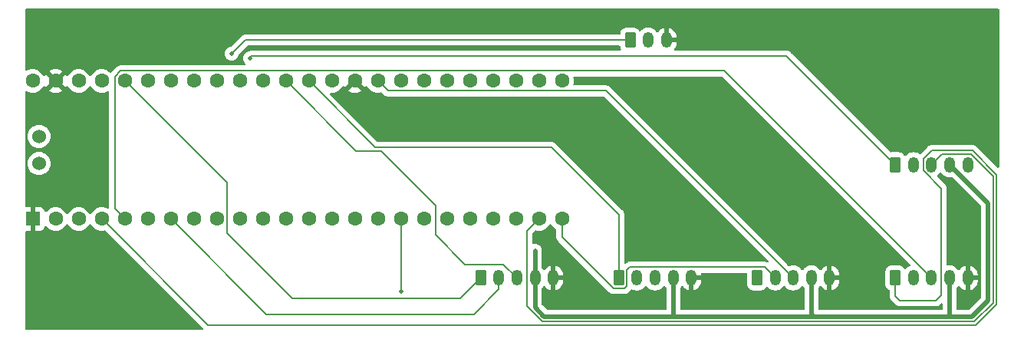
<source format=gbl>
%TF.GenerationSoftware,KiCad,Pcbnew,8.0.0*%
%TF.CreationDate,2025-02-04T21:38:50+01:00*%
%TF.ProjectId,ni404,6e693430-342e-46b6-9963-61645f706362,rev?*%
%TF.SameCoordinates,Original*%
%TF.FileFunction,Copper,L2,Bot*%
%TF.FilePolarity,Positive*%
%FSLAX46Y46*%
G04 Gerber Fmt 4.6, Leading zero omitted, Abs format (unit mm)*
G04 Created by KiCad (PCBNEW 8.0.0) date 2025-02-04 21:38:50*
%MOMM*%
%LPD*%
G01*
G04 APERTURE LIST*
G04 Aperture macros list*
%AMRoundRect*
0 Rectangle with rounded corners*
0 $1 Rounding radius*
0 $2 $3 $4 $5 $6 $7 $8 $9 X,Y pos of 4 corners*
0 Add a 4 corners polygon primitive as box body*
4,1,4,$2,$3,$4,$5,$6,$7,$8,$9,$2,$3,0*
0 Add four circle primitives for the rounded corners*
1,1,$1+$1,$2,$3*
1,1,$1+$1,$4,$5*
1,1,$1+$1,$6,$7*
1,1,$1+$1,$8,$9*
0 Add four rect primitives between the rounded corners*
20,1,$1+$1,$2,$3,$4,$5,0*
20,1,$1+$1,$4,$5,$6,$7,0*
20,1,$1+$1,$6,$7,$8,$9,0*
20,1,$1+$1,$8,$9,$2,$3,0*%
G04 Aperture macros list end*
%TA.AperFunction,ComponentPad*%
%ADD10R,1.600000X1.600000*%
%TD*%
%TA.AperFunction,ComponentPad*%
%ADD11C,1.600000*%
%TD*%
%TA.AperFunction,ComponentPad*%
%ADD12C,1.524000*%
%TD*%
%TA.AperFunction,ComponentPad*%
%ADD13RoundRect,0.250000X-0.350000X-0.625000X0.350000X-0.625000X0.350000X0.625000X-0.350000X0.625000X0*%
%TD*%
%TA.AperFunction,ComponentPad*%
%ADD14O,1.200000X1.750000*%
%TD*%
%TA.AperFunction,ViaPad*%
%ADD15C,0.500000*%
%TD*%
%TA.AperFunction,Conductor*%
%ADD16C,0.500000*%
%TD*%
%TA.AperFunction,Conductor*%
%ADD17C,0.200000*%
%TD*%
G04 APERTURE END LIST*
D10*
X32290000Y-48740000D03*
D11*
X34830000Y-48740000D03*
X37370000Y-48740000D03*
X39910000Y-48740000D03*
X42450000Y-48740000D03*
X44990000Y-48740000D03*
X47530000Y-48740000D03*
X50070000Y-48740000D03*
X52610000Y-48740000D03*
X55150000Y-48740000D03*
X57690000Y-48740000D03*
X60230000Y-48740000D03*
X62770000Y-48740000D03*
X65310000Y-48740000D03*
X67850000Y-48740000D03*
X70390000Y-48740000D03*
X72930000Y-48740000D03*
X75470000Y-48740000D03*
X78010000Y-48740000D03*
X80550000Y-48740000D03*
X83090000Y-48740000D03*
X85630000Y-48740000D03*
X88170000Y-48740000D03*
X90710000Y-48740000D03*
X90710000Y-33500000D03*
X88170000Y-33500000D03*
X85630000Y-33500000D03*
X83090000Y-33500000D03*
X80550000Y-33500000D03*
X78010000Y-33500000D03*
X75470000Y-33500000D03*
X72930000Y-33500000D03*
X70390000Y-33500000D03*
X67850000Y-33500000D03*
X65310000Y-33500000D03*
X62770000Y-33500000D03*
X60230000Y-33500000D03*
X57690000Y-33500000D03*
X55150000Y-33500000D03*
X52610000Y-33500000D03*
X50070000Y-33500000D03*
X47530000Y-33500000D03*
X44990000Y-33500000D03*
X42450000Y-33500000D03*
X39910000Y-33500000D03*
X37370000Y-33500000D03*
X34830000Y-33500000D03*
X32290000Y-33500000D03*
D12*
X33000000Y-39620000D03*
X33000000Y-42620000D03*
D13*
X112250000Y-55250000D03*
D14*
X114250000Y-55250000D03*
X116250000Y-55250000D03*
X118250000Y-55250000D03*
X120250000Y-55250000D03*
X135500000Y-42750000D03*
X133500000Y-42750000D03*
X131500000Y-42750000D03*
X129500000Y-42750000D03*
D13*
X127500000Y-42750000D03*
X81750000Y-55250000D03*
D14*
X83750000Y-55250000D03*
X85750000Y-55250000D03*
X87750000Y-55250000D03*
X89750000Y-55250000D03*
D13*
X98250000Y-29000000D03*
D14*
X100250000Y-29000000D03*
X102250000Y-29000000D03*
X135500000Y-55250000D03*
X133500000Y-55250000D03*
X131500000Y-55250000D03*
X129500000Y-55250000D03*
D13*
X127500000Y-55250000D03*
X97000000Y-55250000D03*
D14*
X99000000Y-55250000D03*
X101000000Y-55250000D03*
X103000000Y-55250000D03*
X105000000Y-55250000D03*
D15*
X87750000Y-52250000D03*
X54250000Y-30500000D03*
X56250000Y-31000000D03*
X73000000Y-56750000D03*
D16*
X87750000Y-52250000D02*
X87750000Y-55250000D01*
D17*
X51620000Y-60450000D02*
X39910000Y-48740000D01*
X136393502Y-60450000D02*
X51620000Y-60450000D01*
X138700000Y-58143504D02*
X136393502Y-60450000D01*
X130600000Y-42102208D02*
X131527208Y-41175000D01*
X138700000Y-43836523D02*
X138700000Y-58143504D01*
X132600000Y-45397792D02*
X130600000Y-43397792D01*
X136038478Y-41175000D02*
X138700000Y-43836523D01*
X130600000Y-43397792D02*
X130600000Y-42102208D01*
X131527208Y-41175000D02*
X136038478Y-41175000D01*
X127500000Y-55250000D02*
X127500000Y-57250000D01*
X132600000Y-57150000D02*
X132600000Y-45397792D01*
X132000000Y-57750000D02*
X132600000Y-57150000D01*
X128000000Y-57750000D02*
X132000000Y-57750000D01*
X127500000Y-57250000D02*
X128000000Y-57750000D01*
X98250000Y-29000000D02*
X55750000Y-29000000D01*
X55750000Y-29000000D02*
X54250000Y-30500000D01*
X56250000Y-31000000D02*
X56500000Y-30750000D01*
X56500000Y-30750000D02*
X115500000Y-30750000D01*
X115500000Y-30750000D02*
X127500000Y-42750000D01*
X73000000Y-56750000D02*
X72930000Y-56680000D01*
X72930000Y-56680000D02*
X72930000Y-48740000D01*
X81750000Y-55250000D02*
X79500000Y-57500000D01*
X60920000Y-57500000D02*
X53710000Y-50290000D01*
X79500000Y-57500000D02*
X60920000Y-57500000D01*
X53710000Y-50290000D02*
X53710000Y-44760000D01*
X53710000Y-44760000D02*
X42450000Y-33500000D01*
X131500000Y-42750000D02*
X132675000Y-41575000D01*
X132675000Y-41575000D02*
X135872792Y-41575000D01*
X135872792Y-41575000D02*
X138300000Y-44002208D01*
X138300000Y-44002208D02*
X138300000Y-57977818D01*
X136227817Y-60050000D02*
X88522182Y-60050000D01*
X138300000Y-57977818D02*
X136227817Y-60050000D01*
X88522182Y-60050000D02*
X86850000Y-58377818D01*
X86850000Y-58377818D02*
X86850000Y-50060000D01*
X86850000Y-50060000D02*
X88170000Y-48740000D01*
X83750000Y-55250000D02*
X83750000Y-56500000D01*
X83750000Y-56500000D02*
X81000000Y-59250000D01*
X81000000Y-59250000D02*
X58040000Y-59250000D01*
X58040000Y-59250000D02*
X47530000Y-48740000D01*
X131500000Y-55250000D02*
X108650000Y-32400000D01*
X108650000Y-32400000D02*
X41994365Y-32400000D01*
X41994365Y-32400000D02*
X41350000Y-33044365D01*
X41350000Y-33044365D02*
X41350000Y-47640000D01*
X41350000Y-47640000D02*
X42450000Y-48740000D01*
D16*
X133500000Y-55250000D02*
X133500000Y-59500000D01*
X133500000Y-59500000D02*
X136000000Y-59500000D01*
X137750000Y-47000000D02*
X133500000Y-42750000D01*
X136000000Y-59500000D02*
X137750000Y-57750000D01*
X137750000Y-57750000D02*
X137750000Y-47000000D01*
X135250000Y-59500000D02*
X118500000Y-59500000D01*
D17*
X116250000Y-55250000D02*
X95600000Y-34600000D01*
X95600000Y-34600000D02*
X71490000Y-34600000D01*
X71490000Y-34600000D02*
X70390000Y-33500000D01*
X114250000Y-55250000D02*
X113075000Y-54075000D01*
X113075000Y-54075000D02*
X98215256Y-54075000D01*
X98215256Y-54075000D02*
X97900000Y-54390256D01*
X97900000Y-54390256D02*
X97900000Y-56109744D01*
X97584744Y-56425000D02*
X96415256Y-56425000D01*
X97900000Y-56109744D02*
X97584744Y-56425000D01*
X96415256Y-56425000D02*
X90710000Y-50719744D01*
X90710000Y-50719744D02*
X90710000Y-48740000D01*
X97000000Y-55250000D02*
X97000000Y-48250000D01*
X97000000Y-48250000D02*
X89600000Y-40850000D01*
X89600000Y-40850000D02*
X70120000Y-40850000D01*
X70120000Y-40850000D02*
X62770000Y-33500000D01*
X80000000Y-53750000D02*
X76750000Y-50500000D01*
X84250000Y-53750000D02*
X80000000Y-53750000D01*
X76750000Y-50500000D02*
X76750000Y-47250000D01*
X76750000Y-47250000D02*
X70750000Y-41250000D01*
X85750000Y-55250000D02*
X84250000Y-53750000D01*
X70750000Y-41250000D02*
X67980000Y-41250000D01*
X67980000Y-41250000D02*
X60230000Y-33500000D01*
D16*
X118500000Y-59500000D02*
X103000000Y-59500000D01*
X118250000Y-59250000D02*
X118500000Y-59500000D01*
X118250000Y-55250000D02*
X118250000Y-59250000D01*
X103000000Y-59500000D02*
X88750000Y-59500000D01*
X103000000Y-55250000D02*
X103000000Y-59500000D01*
X88750000Y-59500000D02*
X87750000Y-58500000D01*
X87750000Y-58500000D02*
X87750000Y-55250000D01*
D17*
X55150000Y-33210000D02*
X55150000Y-33500000D01*
X67850000Y-33210000D02*
X67850000Y-33500000D01*
X57690000Y-48740000D02*
X57400000Y-48740000D01*
X72640000Y-48450000D02*
X72930000Y-48740000D01*
%TA.AperFunction,Conductor*%
G36*
X32540000Y-50040000D02*
G01*
X33137828Y-50040000D01*
X33137844Y-50039999D01*
X33197372Y-50033598D01*
X33197379Y-50033596D01*
X33332086Y-49983354D01*
X33332093Y-49983350D01*
X33447187Y-49897190D01*
X33447190Y-49897187D01*
X33533350Y-49782093D01*
X33533354Y-49782086D01*
X33583596Y-49647380D01*
X33587424Y-49611781D01*
X33614162Y-49547230D01*
X33671555Y-49507382D01*
X33741380Y-49504888D01*
X33801469Y-49540540D01*
X33812289Y-49553912D01*
X33829956Y-49579143D01*
X33990858Y-49740045D01*
X33990861Y-49740047D01*
X34177266Y-49870568D01*
X34383504Y-49966739D01*
X34383509Y-49966740D01*
X34383511Y-49966741D01*
X34436415Y-49980916D01*
X34603308Y-50025635D01*
X34745361Y-50038063D01*
X34829998Y-50045468D01*
X34830000Y-50045468D01*
X34830002Y-50045468D01*
X34892511Y-50039999D01*
X35056692Y-50025635D01*
X35276496Y-49966739D01*
X35482734Y-49870568D01*
X35669139Y-49740047D01*
X35830047Y-49579139D01*
X35960568Y-49392734D01*
X35987618Y-49334724D01*
X36033790Y-49282285D01*
X36100983Y-49263133D01*
X36167865Y-49283348D01*
X36212382Y-49334725D01*
X36239429Y-49392728D01*
X36239432Y-49392734D01*
X36369954Y-49579141D01*
X36530858Y-49740045D01*
X36530861Y-49740047D01*
X36717266Y-49870568D01*
X36923504Y-49966739D01*
X36923509Y-49966740D01*
X36923511Y-49966741D01*
X36976415Y-49980916D01*
X37143308Y-50025635D01*
X37285361Y-50038063D01*
X37369998Y-50045468D01*
X37370000Y-50045468D01*
X37370002Y-50045468D01*
X37432511Y-50039999D01*
X37596692Y-50025635D01*
X37816496Y-49966739D01*
X38022734Y-49870568D01*
X38209139Y-49740047D01*
X38370047Y-49579139D01*
X38500568Y-49392734D01*
X38527618Y-49334724D01*
X38573790Y-49282285D01*
X38640983Y-49263133D01*
X38707865Y-49283348D01*
X38752382Y-49334725D01*
X38779429Y-49392728D01*
X38779432Y-49392734D01*
X38909954Y-49579141D01*
X39070858Y-49740045D01*
X39070861Y-49740047D01*
X39257266Y-49870568D01*
X39463504Y-49966739D01*
X39463509Y-49966740D01*
X39463511Y-49966741D01*
X39516415Y-49980916D01*
X39683308Y-50025635D01*
X39825361Y-50038063D01*
X39909998Y-50045468D01*
X39910000Y-50045468D01*
X39910002Y-50045468D01*
X39972511Y-50039999D01*
X40136692Y-50025635D01*
X40232932Y-49999847D01*
X40302781Y-50001510D01*
X40352706Y-50031941D01*
X51108584Y-60787819D01*
X51142069Y-60849142D01*
X51137085Y-60918834D01*
X51095213Y-60974767D01*
X51029749Y-60999184D01*
X51020903Y-60999500D01*
X31604500Y-60999500D01*
X31537461Y-60979815D01*
X31491706Y-60927011D01*
X31480500Y-60875500D01*
X31480500Y-50164000D01*
X31500185Y-50096961D01*
X31552989Y-50051206D01*
X31604500Y-50040000D01*
X32040000Y-50040000D01*
X32040000Y-49230747D01*
X32077708Y-49252518D01*
X32217591Y-49290000D01*
X32362409Y-49290000D01*
X32502292Y-49252518D01*
X32540000Y-49230747D01*
X32540000Y-50040000D01*
G37*
%TD.AperFunction*%
%TA.AperFunction,Conductor*%
G36*
X89507865Y-49283348D02*
G01*
X89552382Y-49334725D01*
X89579429Y-49392728D01*
X89579432Y-49392734D01*
X89709954Y-49579141D01*
X89870858Y-49740045D01*
X89870861Y-49740047D01*
X90056624Y-49870118D01*
X90100248Y-49924693D01*
X90109500Y-49971692D01*
X90109500Y-50633074D01*
X90109499Y-50633092D01*
X90109499Y-50798798D01*
X90109498Y-50798798D01*
X90150424Y-50951533D01*
X90150425Y-50951534D01*
X90167160Y-50980519D01*
X90167161Y-50980520D01*
X90229477Y-51088456D01*
X90229481Y-51088461D01*
X90348349Y-51207329D01*
X90348355Y-51207334D01*
X95930395Y-56789374D01*
X95930405Y-56789385D01*
X95934735Y-56793715D01*
X95934736Y-56793716D01*
X96046540Y-56905520D01*
X96046542Y-56905521D01*
X96046546Y-56905524D01*
X96169066Y-56976260D01*
X96183472Y-56984577D01*
X96295275Y-57014534D01*
X96336198Y-57025500D01*
X96336199Y-57025500D01*
X97498075Y-57025500D01*
X97498091Y-57025501D01*
X97505687Y-57025501D01*
X97663798Y-57025501D01*
X97663801Y-57025501D01*
X97816529Y-56984577D01*
X97866648Y-56955639D01*
X97953460Y-56905520D01*
X98065264Y-56793716D01*
X98065264Y-56793714D01*
X98075472Y-56783507D01*
X98075474Y-56783504D01*
X98258506Y-56600472D01*
X98258511Y-56600468D01*
X98268714Y-56590264D01*
X98268716Y-56590264D01*
X98339327Y-56519653D01*
X98400650Y-56486168D01*
X98470342Y-56491152D01*
X98483294Y-56496845D01*
X98577555Y-56544873D01*
X98742299Y-56598402D01*
X98913389Y-56625500D01*
X98913390Y-56625500D01*
X99086610Y-56625500D01*
X99086611Y-56625500D01*
X99257701Y-56598402D01*
X99422445Y-56544873D01*
X99576788Y-56466232D01*
X99716928Y-56364414D01*
X99839414Y-56241928D01*
X99899682Y-56158975D01*
X99955012Y-56116311D01*
X100024626Y-56110332D01*
X100086421Y-56142938D01*
X100100315Y-56158973D01*
X100160586Y-56241928D01*
X100283072Y-56364414D01*
X100423212Y-56466232D01*
X100577555Y-56544873D01*
X100742299Y-56598402D01*
X100913389Y-56625500D01*
X100913390Y-56625500D01*
X101086610Y-56625500D01*
X101086611Y-56625500D01*
X101257701Y-56598402D01*
X101422445Y-56544873D01*
X101576788Y-56466232D01*
X101716928Y-56364414D01*
X101839414Y-56241928D01*
X101899682Y-56158975D01*
X101955012Y-56116311D01*
X102024626Y-56110332D01*
X102086421Y-56142938D01*
X102100315Y-56158973D01*
X102160586Y-56241928D01*
X102160588Y-56241930D01*
X102213181Y-56294523D01*
X102246666Y-56355846D01*
X102249500Y-56382204D01*
X102249500Y-58625500D01*
X102229815Y-58692539D01*
X102177011Y-58738294D01*
X102125500Y-58749500D01*
X89112229Y-58749500D01*
X89045190Y-58729815D01*
X89024548Y-58713181D01*
X88536819Y-58225451D01*
X88503334Y-58164128D01*
X88500500Y-58137770D01*
X88500500Y-56382204D01*
X88520185Y-56315165D01*
X88536819Y-56294523D01*
X88552968Y-56278374D01*
X88589414Y-56241928D01*
X88649991Y-56158550D01*
X88705321Y-56115885D01*
X88774934Y-56109906D01*
X88836729Y-56142512D01*
X88850628Y-56158551D01*
X88910967Y-56241602D01*
X89033397Y-56364032D01*
X89173475Y-56465804D01*
X89327744Y-56544408D01*
X89492415Y-56597914D01*
X89492414Y-56597914D01*
X89499999Y-56599115D01*
X89500000Y-56599114D01*
X89500000Y-55530330D01*
X89519745Y-55550075D01*
X89605255Y-55599444D01*
X89700630Y-55625000D01*
X89799370Y-55625000D01*
X89894745Y-55599444D01*
X89980255Y-55550075D01*
X90000000Y-55530330D01*
X90000000Y-56599115D01*
X90007584Y-56597914D01*
X90172255Y-56544408D01*
X90326524Y-56465804D01*
X90466602Y-56364032D01*
X90589032Y-56241602D01*
X90690804Y-56101524D01*
X90769408Y-55947257D01*
X90822914Y-55782584D01*
X90850000Y-55611571D01*
X90850000Y-55500000D01*
X90030330Y-55500000D01*
X90050075Y-55480255D01*
X90099444Y-55394745D01*
X90125000Y-55299370D01*
X90125000Y-55200630D01*
X90099444Y-55105255D01*
X90050075Y-55019745D01*
X90030330Y-55000000D01*
X90850000Y-55000000D01*
X90850000Y-54888428D01*
X90822914Y-54717415D01*
X90769408Y-54552742D01*
X90690804Y-54398475D01*
X90589032Y-54258397D01*
X90466602Y-54135967D01*
X90326524Y-54034195D01*
X90172257Y-53955591D01*
X90007589Y-53902087D01*
X90007581Y-53902085D01*
X90000000Y-53900884D01*
X90000000Y-54969670D01*
X89980255Y-54949925D01*
X89894745Y-54900556D01*
X89799370Y-54875000D01*
X89700630Y-54875000D01*
X89605255Y-54900556D01*
X89519745Y-54949925D01*
X89500000Y-54969670D01*
X89500000Y-53900884D01*
X89499999Y-53900884D01*
X89492418Y-53902085D01*
X89492410Y-53902087D01*
X89327742Y-53955591D01*
X89173475Y-54034195D01*
X89033397Y-54135967D01*
X88910965Y-54258399D01*
X88910961Y-54258404D01*
X88850627Y-54341448D01*
X88795297Y-54384114D01*
X88725684Y-54390093D01*
X88663889Y-54357488D01*
X88649991Y-54341449D01*
X88649990Y-54341448D01*
X88589414Y-54258072D01*
X88536819Y-54205477D01*
X88503334Y-54144154D01*
X88500500Y-54117796D01*
X88500500Y-52299108D01*
X88501280Y-52285223D01*
X88505249Y-52250000D01*
X88505249Y-52249997D01*
X88501280Y-52214774D01*
X88500500Y-52200890D01*
X88500500Y-52176081D01*
X88493261Y-52139692D01*
X88491659Y-52129398D01*
X88486313Y-52081941D01*
X88486312Y-52081938D01*
X88478671Y-52060101D01*
X88474094Y-52043332D01*
X88471660Y-52031095D01*
X88471658Y-52031087D01*
X88452766Y-51985477D01*
X88450285Y-51978979D01*
X88449358Y-51976332D01*
X88430456Y-51922310D01*
X88424708Y-51913162D01*
X88415143Y-51894648D01*
X88415084Y-51894505D01*
X88380834Y-51843247D01*
X88378949Y-51840338D01*
X88340476Y-51779109D01*
X88220889Y-51659522D01*
X88159677Y-51621060D01*
X88156760Y-51619169D01*
X88105495Y-51584916D01*
X88105488Y-51584912D01*
X88105340Y-51584851D01*
X88086844Y-51575295D01*
X88077694Y-51569546D01*
X88077691Y-51569544D01*
X88077690Y-51569544D01*
X88021003Y-51549708D01*
X88014532Y-51547238D01*
X87968913Y-51528342D01*
X87968911Y-51528341D01*
X87968910Y-51528341D01*
X87962799Y-51527125D01*
X87956659Y-51525904D01*
X87939902Y-51521330D01*
X87918059Y-51513687D01*
X87918060Y-51513687D01*
X87886794Y-51510163D01*
X87870614Y-51508340D01*
X87860312Y-51506739D01*
X87823918Y-51499500D01*
X87823917Y-51499500D01*
X87799110Y-51499500D01*
X87785226Y-51498720D01*
X87750002Y-51494751D01*
X87749998Y-51494751D01*
X87714774Y-51498720D01*
X87700890Y-51499500D01*
X87676082Y-51499500D01*
X87639685Y-51506739D01*
X87629382Y-51508341D01*
X87621158Y-51509267D01*
X87588385Y-51512960D01*
X87519564Y-51500908D01*
X87468184Y-51453560D01*
X87450500Y-51389741D01*
X87450500Y-50360096D01*
X87470185Y-50293057D01*
X87486815Y-50272419D01*
X87727294Y-50031939D01*
X87788615Y-49998456D01*
X87847066Y-49999847D01*
X87853273Y-50001510D01*
X87943308Y-50025635D01*
X88085361Y-50038063D01*
X88169998Y-50045468D01*
X88170000Y-50045468D01*
X88170002Y-50045468D01*
X88232511Y-50039999D01*
X88396692Y-50025635D01*
X88616496Y-49966739D01*
X88822734Y-49870568D01*
X89009139Y-49740047D01*
X89170047Y-49579139D01*
X89300568Y-49392734D01*
X89327618Y-49334724D01*
X89373790Y-49282285D01*
X89440983Y-49263133D01*
X89507865Y-49283348D01*
G37*
%TD.AperFunction*%
%TA.AperFunction,Conductor*%
G36*
X111092539Y-54695185D02*
G01*
X111138294Y-54747989D01*
X111149500Y-54799500D01*
X111149500Y-55925001D01*
X111149501Y-55925018D01*
X111160000Y-56027796D01*
X111160001Y-56027799D01*
X111215185Y-56194331D01*
X111215187Y-56194336D01*
X111238870Y-56232732D01*
X111307288Y-56343656D01*
X111431344Y-56467712D01*
X111580666Y-56559814D01*
X111747203Y-56614999D01*
X111849991Y-56625500D01*
X112650008Y-56625499D01*
X112650016Y-56625498D01*
X112650019Y-56625498D01*
X112706302Y-56619748D01*
X112752797Y-56614999D01*
X112919334Y-56559814D01*
X113068656Y-56467712D01*
X113192712Y-56343656D01*
X113232310Y-56279456D01*
X113284258Y-56232732D01*
X113353220Y-56221509D01*
X113417303Y-56249352D01*
X113425530Y-56256872D01*
X113533072Y-56364414D01*
X113673212Y-56466232D01*
X113827555Y-56544873D01*
X113992299Y-56598402D01*
X114163389Y-56625500D01*
X114163390Y-56625500D01*
X114336610Y-56625500D01*
X114336611Y-56625500D01*
X114507701Y-56598402D01*
X114672445Y-56544873D01*
X114826788Y-56466232D01*
X114966928Y-56364414D01*
X115089414Y-56241928D01*
X115149682Y-56158975D01*
X115205012Y-56116311D01*
X115274626Y-56110332D01*
X115336421Y-56142938D01*
X115350315Y-56158973D01*
X115410586Y-56241928D01*
X115533072Y-56364414D01*
X115673212Y-56466232D01*
X115827555Y-56544873D01*
X115992299Y-56598402D01*
X116163389Y-56625500D01*
X116163390Y-56625500D01*
X116336610Y-56625500D01*
X116336611Y-56625500D01*
X116507701Y-56598402D01*
X116672445Y-56544873D01*
X116826788Y-56466232D01*
X116966928Y-56364414D01*
X117089414Y-56241928D01*
X117149682Y-56158975D01*
X117205012Y-56116311D01*
X117274626Y-56110332D01*
X117336421Y-56142938D01*
X117350315Y-56158973D01*
X117410586Y-56241928D01*
X117410588Y-56241930D01*
X117463181Y-56294523D01*
X117496666Y-56355846D01*
X117499500Y-56382204D01*
X117499500Y-58625500D01*
X117479815Y-58692539D01*
X117427011Y-58738294D01*
X117375500Y-58749500D01*
X103874500Y-58749500D01*
X103807461Y-58729815D01*
X103761706Y-58677011D01*
X103750500Y-58625500D01*
X103750500Y-56382204D01*
X103770185Y-56315165D01*
X103786819Y-56294523D01*
X103802968Y-56278374D01*
X103839414Y-56241928D01*
X103899991Y-56158550D01*
X103955321Y-56115885D01*
X104024934Y-56109906D01*
X104086729Y-56142512D01*
X104100628Y-56158551D01*
X104160967Y-56241602D01*
X104283397Y-56364032D01*
X104423475Y-56465804D01*
X104577744Y-56544408D01*
X104742415Y-56597914D01*
X104742414Y-56597914D01*
X104749999Y-56599115D01*
X104750000Y-56599114D01*
X104750000Y-55530330D01*
X104769745Y-55550075D01*
X104855255Y-55599444D01*
X104950630Y-55625000D01*
X105049370Y-55625000D01*
X105144745Y-55599444D01*
X105230255Y-55550075D01*
X105250000Y-55530330D01*
X105250000Y-56599115D01*
X105257584Y-56597914D01*
X105422255Y-56544408D01*
X105576524Y-56465804D01*
X105716602Y-56364032D01*
X105839032Y-56241602D01*
X105940804Y-56101524D01*
X106019408Y-55947257D01*
X106072914Y-55782584D01*
X106100000Y-55611571D01*
X106100000Y-55500000D01*
X105280330Y-55500000D01*
X105300075Y-55480255D01*
X105349444Y-55394745D01*
X105375000Y-55299370D01*
X105375000Y-55200630D01*
X105349444Y-55105255D01*
X105300075Y-55019745D01*
X105280330Y-55000000D01*
X106100000Y-55000000D01*
X106100000Y-54888429D01*
X106088987Y-54818898D01*
X106097941Y-54749605D01*
X106142937Y-54696153D01*
X106209689Y-54675513D01*
X106211460Y-54675500D01*
X111025500Y-54675500D01*
X111092539Y-54695185D01*
G37*
%TD.AperFunction*%
%TA.AperFunction,Conductor*%
G36*
X108416942Y-33020185D02*
G01*
X108437584Y-33036819D01*
X129144550Y-53743785D01*
X129178035Y-53805108D01*
X129173051Y-53874800D01*
X129131179Y-53930733D01*
X129095194Y-53949395D01*
X129077552Y-53955128D01*
X128923211Y-54033768D01*
X128783073Y-54135585D01*
X128675530Y-54243128D01*
X128614207Y-54276612D01*
X128544515Y-54271628D01*
X128488582Y-54229756D01*
X128482310Y-54220543D01*
X128473017Y-54205477D01*
X128442712Y-54156344D01*
X128318656Y-54032288D01*
X128193559Y-53955128D01*
X128169336Y-53940187D01*
X128169331Y-53940185D01*
X128160724Y-53937333D01*
X128002797Y-53885001D01*
X128002795Y-53885000D01*
X127900010Y-53874500D01*
X127099998Y-53874500D01*
X127099980Y-53874501D01*
X126997203Y-53885000D01*
X126997200Y-53885001D01*
X126830668Y-53940185D01*
X126830663Y-53940187D01*
X126681342Y-54032289D01*
X126557289Y-54156342D01*
X126465187Y-54305663D01*
X126465185Y-54305668D01*
X126450330Y-54350499D01*
X126410001Y-54472203D01*
X126410001Y-54472204D01*
X126410000Y-54472204D01*
X126399500Y-54574983D01*
X126399500Y-55925001D01*
X126399501Y-55925018D01*
X126410000Y-56027796D01*
X126410001Y-56027799D01*
X126465185Y-56194331D01*
X126465187Y-56194336D01*
X126488870Y-56232732D01*
X126557288Y-56343656D01*
X126681344Y-56467712D01*
X126830666Y-56559814D01*
X126830667Y-56559814D01*
X126836813Y-56563605D01*
X126835706Y-56565399D01*
X126880337Y-56604687D01*
X126899500Y-56670908D01*
X126899500Y-57163330D01*
X126899499Y-57163348D01*
X126899499Y-57329054D01*
X126899498Y-57329054D01*
X126938725Y-57475451D01*
X126940423Y-57481785D01*
X126968888Y-57531087D01*
X127019480Y-57618716D01*
X127131284Y-57730520D01*
X127131285Y-57730521D01*
X127631284Y-58230520D01*
X127631286Y-58230521D01*
X127631290Y-58230524D01*
X127736327Y-58291166D01*
X127768216Y-58309577D01*
X127920943Y-58350501D01*
X127920945Y-58350501D01*
X128086654Y-58350501D01*
X128086670Y-58350500D01*
X131913331Y-58350500D01*
X131913347Y-58350501D01*
X131920943Y-58350501D01*
X132079054Y-58350501D01*
X132079057Y-58350501D01*
X132231785Y-58309577D01*
X132281904Y-58280639D01*
X132368716Y-58230520D01*
X132480520Y-58118716D01*
X132480520Y-58118714D01*
X132490728Y-58108507D01*
X132490730Y-58108503D01*
X132537820Y-58061413D01*
X132599143Y-58027930D01*
X132668835Y-58032915D01*
X132724768Y-58074787D01*
X132749184Y-58140251D01*
X132749500Y-58149096D01*
X132749500Y-58625500D01*
X132729815Y-58692539D01*
X132677011Y-58738294D01*
X132625500Y-58749500D01*
X119124500Y-58749500D01*
X119057461Y-58729815D01*
X119011706Y-58677011D01*
X119000500Y-58625500D01*
X119000500Y-56382204D01*
X119020185Y-56315165D01*
X119036819Y-56294523D01*
X119052968Y-56278374D01*
X119089414Y-56241928D01*
X119149991Y-56158550D01*
X119205321Y-56115885D01*
X119274934Y-56109906D01*
X119336729Y-56142512D01*
X119350628Y-56158551D01*
X119410967Y-56241602D01*
X119533397Y-56364032D01*
X119673475Y-56465804D01*
X119827744Y-56544408D01*
X119992415Y-56597914D01*
X119992414Y-56597914D01*
X119999999Y-56599115D01*
X120000000Y-56599114D01*
X120000000Y-55530330D01*
X120019745Y-55550075D01*
X120105255Y-55599444D01*
X120200630Y-55625000D01*
X120299370Y-55625000D01*
X120394745Y-55599444D01*
X120480255Y-55550075D01*
X120500000Y-55530330D01*
X120500000Y-56599115D01*
X120507584Y-56597914D01*
X120672255Y-56544408D01*
X120826524Y-56465804D01*
X120966602Y-56364032D01*
X121089032Y-56241602D01*
X121190804Y-56101524D01*
X121269408Y-55947257D01*
X121322914Y-55782584D01*
X121350000Y-55611571D01*
X121350000Y-55500000D01*
X120530330Y-55500000D01*
X120550075Y-55480255D01*
X120599444Y-55394745D01*
X120625000Y-55299370D01*
X120625000Y-55200630D01*
X120599444Y-55105255D01*
X120550075Y-55019745D01*
X120530330Y-55000000D01*
X121350000Y-55000000D01*
X121350000Y-54888428D01*
X121322914Y-54717415D01*
X121269408Y-54552742D01*
X121190804Y-54398475D01*
X121089032Y-54258397D01*
X120966602Y-54135967D01*
X120826524Y-54034195D01*
X120672257Y-53955591D01*
X120507589Y-53902087D01*
X120507581Y-53902085D01*
X120500000Y-53900884D01*
X120500000Y-54969670D01*
X120480255Y-54949925D01*
X120394745Y-54900556D01*
X120299370Y-54875000D01*
X120200630Y-54875000D01*
X120105255Y-54900556D01*
X120019745Y-54949925D01*
X120000000Y-54969670D01*
X120000000Y-53900884D01*
X119999999Y-53900884D01*
X119992418Y-53902085D01*
X119992410Y-53902087D01*
X119827742Y-53955591D01*
X119673475Y-54034195D01*
X119533397Y-54135967D01*
X119410965Y-54258399D01*
X119410961Y-54258404D01*
X119350627Y-54341448D01*
X119295297Y-54384114D01*
X119225684Y-54390093D01*
X119163889Y-54357488D01*
X119149991Y-54341449D01*
X119149990Y-54341448D01*
X119089414Y-54258072D01*
X118966928Y-54135586D01*
X118826788Y-54033768D01*
X118672445Y-53955127D01*
X118507701Y-53901598D01*
X118507699Y-53901597D01*
X118507698Y-53901597D01*
X118376271Y-53880781D01*
X118336611Y-53874500D01*
X118163389Y-53874500D01*
X118123728Y-53880781D01*
X117992302Y-53901597D01*
X117827552Y-53955128D01*
X117673211Y-54033768D01*
X117593256Y-54091859D01*
X117533072Y-54135586D01*
X117533070Y-54135588D01*
X117533069Y-54135588D01*
X117410588Y-54258069D01*
X117410581Y-54258078D01*
X117350317Y-54341023D01*
X117294987Y-54383689D01*
X117225374Y-54389667D01*
X117163579Y-54357061D01*
X117149683Y-54341023D01*
X117089655Y-54258404D01*
X117089414Y-54258072D01*
X116966928Y-54135586D01*
X116826788Y-54033768D01*
X116672445Y-53955127D01*
X116507701Y-53901598D01*
X116507699Y-53901597D01*
X116507698Y-53901597D01*
X116376271Y-53880781D01*
X116336611Y-53874500D01*
X116163389Y-53874500D01*
X116131192Y-53879599D01*
X115992301Y-53901597D01*
X115992297Y-53901598D01*
X115882316Y-53937333D01*
X115812475Y-53939328D01*
X115756318Y-53907083D01*
X96087590Y-34238355D01*
X96087588Y-34238352D01*
X95968717Y-34119481D01*
X95968716Y-34119480D01*
X95864960Y-34059577D01*
X95864959Y-34059576D01*
X95831783Y-34040422D01*
X95765057Y-34022543D01*
X95679057Y-33999499D01*
X95520943Y-33999499D01*
X95513347Y-33999499D01*
X95513331Y-33999500D01*
X92084137Y-33999500D01*
X92017098Y-33979815D01*
X91971343Y-33927011D01*
X91961399Y-33857853D01*
X91964362Y-33843407D01*
X91980000Y-33785042D01*
X91995635Y-33726692D01*
X92015468Y-33500000D01*
X91995635Y-33273308D01*
X91965889Y-33162292D01*
X91964362Y-33156593D01*
X91966025Y-33086743D01*
X92005188Y-33028881D01*
X92069417Y-33001377D01*
X92084137Y-33000500D01*
X108349903Y-33000500D01*
X108416942Y-33020185D01*
G37*
%TD.AperFunction*%
%TA.AperFunction,Conductor*%
G36*
X132586421Y-43642938D02*
G01*
X132600315Y-43658973D01*
X132660586Y-43741928D01*
X132783072Y-43864414D01*
X132923212Y-43966232D01*
X133077555Y-44044873D01*
X133242299Y-44098402D01*
X133413389Y-44125500D01*
X133413390Y-44125500D01*
X133586610Y-44125500D01*
X133586611Y-44125500D01*
X133720620Y-44104275D01*
X133789914Y-44113230D01*
X133827699Y-44139067D01*
X136963181Y-47274548D01*
X136996666Y-47335871D01*
X136999500Y-47362229D01*
X136999500Y-57387770D01*
X136979815Y-57454809D01*
X136963181Y-57475451D01*
X135725451Y-58713181D01*
X135664128Y-58746666D01*
X135637770Y-58749500D01*
X134374500Y-58749500D01*
X134307461Y-58729815D01*
X134261706Y-58677011D01*
X134250500Y-58625500D01*
X134250500Y-56382204D01*
X134270185Y-56315165D01*
X134286819Y-56294523D01*
X134302968Y-56278374D01*
X134339414Y-56241928D01*
X134399991Y-56158550D01*
X134455321Y-56115885D01*
X134524934Y-56109906D01*
X134586729Y-56142512D01*
X134600628Y-56158551D01*
X134660967Y-56241602D01*
X134783397Y-56364032D01*
X134923475Y-56465804D01*
X135077744Y-56544408D01*
X135242415Y-56597914D01*
X135242414Y-56597914D01*
X135249999Y-56599115D01*
X135250000Y-56599114D01*
X135250000Y-55530330D01*
X135269745Y-55550075D01*
X135355255Y-55599444D01*
X135450630Y-55625000D01*
X135549370Y-55625000D01*
X135644745Y-55599444D01*
X135730255Y-55550075D01*
X135750000Y-55530330D01*
X135750000Y-56599115D01*
X135757584Y-56597914D01*
X135922255Y-56544408D01*
X136076524Y-56465804D01*
X136216602Y-56364032D01*
X136339032Y-56241602D01*
X136440804Y-56101524D01*
X136519408Y-55947257D01*
X136572914Y-55782584D01*
X136600000Y-55611571D01*
X136600000Y-55500000D01*
X135780330Y-55500000D01*
X135800075Y-55480255D01*
X135849444Y-55394745D01*
X135875000Y-55299370D01*
X135875000Y-55200630D01*
X135849444Y-55105255D01*
X135800075Y-55019745D01*
X135780330Y-55000000D01*
X136600000Y-55000000D01*
X136600000Y-54888428D01*
X136572914Y-54717415D01*
X136519408Y-54552742D01*
X136440804Y-54398475D01*
X136339032Y-54258397D01*
X136216602Y-54135967D01*
X136076524Y-54034195D01*
X135922257Y-53955591D01*
X135757589Y-53902087D01*
X135757581Y-53902085D01*
X135750000Y-53900884D01*
X135750000Y-54969670D01*
X135730255Y-54949925D01*
X135644745Y-54900556D01*
X135549370Y-54875000D01*
X135450630Y-54875000D01*
X135355255Y-54900556D01*
X135269745Y-54949925D01*
X135250000Y-54969670D01*
X135250000Y-53900884D01*
X135249999Y-53900884D01*
X135242418Y-53902085D01*
X135242410Y-53902087D01*
X135077742Y-53955591D01*
X134923475Y-54034195D01*
X134783397Y-54135967D01*
X134660965Y-54258399D01*
X134660961Y-54258404D01*
X134600627Y-54341448D01*
X134545297Y-54384114D01*
X134475684Y-54390093D01*
X134413889Y-54357488D01*
X134399991Y-54341449D01*
X134399990Y-54341448D01*
X134339414Y-54258072D01*
X134216928Y-54135586D01*
X134076788Y-54033768D01*
X133922445Y-53955127D01*
X133757701Y-53901598D01*
X133757699Y-53901597D01*
X133757698Y-53901597D01*
X133626271Y-53880781D01*
X133586611Y-53874500D01*
X133413389Y-53874500D01*
X133343897Y-53885506D01*
X133274604Y-53876551D01*
X133221152Y-53831555D01*
X133200513Y-53764803D01*
X133200500Y-53763033D01*
X133200500Y-45318737D01*
X133200500Y-45318735D01*
X133159577Y-45166007D01*
X133130639Y-45115887D01*
X133080520Y-45029076D01*
X132968716Y-44917272D01*
X132968715Y-44917271D01*
X132964385Y-44912941D01*
X132964374Y-44912931D01*
X132145211Y-44093768D01*
X132111726Y-44032445D01*
X132116710Y-43962753D01*
X132158582Y-43906820D01*
X132159865Y-43905872D01*
X132216928Y-43864414D01*
X132339414Y-43741928D01*
X132399682Y-43658975D01*
X132455012Y-43616311D01*
X132524626Y-43610332D01*
X132586421Y-43642938D01*
G37*
%TD.AperFunction*%
%TA.AperFunction,Conductor*%
G36*
X68929024Y-34225471D02*
G01*
X68980133Y-34152482D01*
X69007341Y-34094135D01*
X69053513Y-34041696D01*
X69120707Y-34022543D01*
X69187588Y-34042758D01*
X69232105Y-34094132D01*
X69259432Y-34152734D01*
X69259433Y-34152735D01*
X69389954Y-34339141D01*
X69550858Y-34500045D01*
X69550861Y-34500047D01*
X69737266Y-34630568D01*
X69943504Y-34726739D01*
X69943509Y-34726740D01*
X69943511Y-34726741D01*
X69996415Y-34740916D01*
X70163308Y-34785635D01*
X70305361Y-34798063D01*
X70389998Y-34805468D01*
X70390000Y-34805468D01*
X70390002Y-34805468D01*
X70446673Y-34800509D01*
X70616692Y-34785635D01*
X70712932Y-34759847D01*
X70782781Y-34761510D01*
X70832706Y-34791941D01*
X71005139Y-34964374D01*
X71005149Y-34964385D01*
X71009479Y-34968715D01*
X71009480Y-34968716D01*
X71121284Y-35080520D01*
X71208095Y-35130639D01*
X71208097Y-35130641D01*
X71246151Y-35152611D01*
X71258215Y-35159577D01*
X71410943Y-35200501D01*
X71410946Y-35200501D01*
X71576653Y-35200501D01*
X71576669Y-35200500D01*
X95299903Y-35200500D01*
X95366942Y-35220185D01*
X95387584Y-35236819D01*
X113491139Y-53340374D01*
X113524624Y-53401697D01*
X113519640Y-53471389D01*
X113477768Y-53527322D01*
X113412304Y-53551739D01*
X113344031Y-53536887D01*
X113341457Y-53535441D01*
X113306787Y-53515424D01*
X113306786Y-53515423D01*
X113306785Y-53515423D01*
X113154057Y-53474499D01*
X112995943Y-53474499D01*
X112988347Y-53474499D01*
X112988331Y-53474500D01*
X98294313Y-53474500D01*
X98136198Y-53474500D01*
X97983471Y-53515423D01*
X97983470Y-53515423D01*
X97983468Y-53515424D01*
X97983465Y-53515425D01*
X97933352Y-53544359D01*
X97933351Y-53544360D01*
X97889945Y-53569420D01*
X97846541Y-53594479D01*
X97846538Y-53594481D01*
X97812181Y-53628839D01*
X97750858Y-53662324D01*
X97681166Y-53657340D01*
X97625233Y-53615468D01*
X97600816Y-53550004D01*
X97600500Y-53541158D01*
X97600500Y-48170945D01*
X97600500Y-48170943D01*
X97559577Y-48018216D01*
X97535726Y-47976904D01*
X97480524Y-47881290D01*
X97480521Y-47881286D01*
X97480520Y-47881284D01*
X97368716Y-47769480D01*
X97368715Y-47769479D01*
X97364385Y-47765149D01*
X97364374Y-47765139D01*
X90087590Y-40488355D01*
X90087588Y-40488352D01*
X89968717Y-40369481D01*
X89968716Y-40369480D01*
X89881904Y-40319360D01*
X89881904Y-40319359D01*
X89881900Y-40319358D01*
X89831785Y-40290423D01*
X89679057Y-40249499D01*
X89520943Y-40249499D01*
X89513347Y-40249499D01*
X89513331Y-40249500D01*
X70420098Y-40249500D01*
X70353059Y-40229815D01*
X70332417Y-40213181D01*
X65128663Y-35009428D01*
X65095178Y-34948105D01*
X65100162Y-34878413D01*
X65142034Y-34822480D01*
X65207498Y-34798063D01*
X65227142Y-34798218D01*
X65310000Y-34805468D01*
X65310002Y-34805468D01*
X65366673Y-34800509D01*
X65536692Y-34785635D01*
X65756496Y-34726739D01*
X65962734Y-34630568D01*
X66149139Y-34500047D01*
X66310047Y-34339139D01*
X66440568Y-34152734D01*
X66467893Y-34094134D01*
X66514065Y-34041695D01*
X66581258Y-34022543D01*
X66648139Y-34042758D01*
X66692657Y-34094134D01*
X66719864Y-34152480D01*
X66770974Y-34225472D01*
X67326212Y-33670234D01*
X67337482Y-33712292D01*
X67409890Y-33837708D01*
X67512292Y-33940110D01*
X67637708Y-34012518D01*
X67679765Y-34023787D01*
X67124526Y-34579025D01*
X67197513Y-34630132D01*
X67197521Y-34630136D01*
X67403668Y-34726264D01*
X67403682Y-34726269D01*
X67623389Y-34785139D01*
X67623400Y-34785141D01*
X67849998Y-34804966D01*
X67850002Y-34804966D01*
X68076599Y-34785141D01*
X68076610Y-34785139D01*
X68296317Y-34726269D01*
X68296331Y-34726264D01*
X68502478Y-34630136D01*
X68575471Y-34579024D01*
X68020234Y-34023787D01*
X68062292Y-34012518D01*
X68187708Y-33940110D01*
X68290110Y-33837708D01*
X68362518Y-33712292D01*
X68373787Y-33670234D01*
X68929024Y-34225471D01*
G37*
%TD.AperFunction*%
%TA.AperFunction,Conductor*%
G36*
X35909024Y-34225471D02*
G01*
X35960133Y-34152482D01*
X35987341Y-34094135D01*
X36033513Y-34041696D01*
X36100707Y-34022543D01*
X36167588Y-34042758D01*
X36212105Y-34094132D01*
X36239432Y-34152734D01*
X36239433Y-34152735D01*
X36369954Y-34339141D01*
X36530858Y-34500045D01*
X36530861Y-34500047D01*
X36717266Y-34630568D01*
X36923504Y-34726739D01*
X36923509Y-34726740D01*
X36923511Y-34726741D01*
X36976415Y-34740916D01*
X37143308Y-34785635D01*
X37285361Y-34798063D01*
X37369998Y-34805468D01*
X37370000Y-34805468D01*
X37370002Y-34805468D01*
X37426673Y-34800509D01*
X37596692Y-34785635D01*
X37816496Y-34726739D01*
X38022734Y-34630568D01*
X38209139Y-34500047D01*
X38370047Y-34339139D01*
X38500568Y-34152734D01*
X38527618Y-34094724D01*
X38573790Y-34042285D01*
X38640983Y-34023133D01*
X38707865Y-34043348D01*
X38752382Y-34094725D01*
X38779429Y-34152728D01*
X38779432Y-34152734D01*
X38909954Y-34339141D01*
X39070858Y-34500045D01*
X39070861Y-34500047D01*
X39257266Y-34630568D01*
X39463504Y-34726739D01*
X39463509Y-34726740D01*
X39463511Y-34726741D01*
X39516415Y-34740916D01*
X39683308Y-34785635D01*
X39825361Y-34798063D01*
X39909998Y-34805468D01*
X39910000Y-34805468D01*
X39910002Y-34805468D01*
X39966673Y-34800509D01*
X40136692Y-34785635D01*
X40356496Y-34726739D01*
X40562734Y-34630568D01*
X40562746Y-34630559D01*
X40563492Y-34630130D01*
X40563868Y-34630038D01*
X40567640Y-34628280D01*
X40567993Y-34629037D01*
X40631391Y-34613652D01*
X40697419Y-34636499D01*
X40740614Y-34691417D01*
X40749500Y-34737512D01*
X40749500Y-47502487D01*
X40729815Y-47569526D01*
X40677011Y-47615281D01*
X40607853Y-47625225D01*
X40567805Y-47611365D01*
X40567640Y-47611720D01*
X40564216Y-47610123D01*
X40563507Y-47609878D01*
X40562738Y-47609434D01*
X40356497Y-47513261D01*
X40356488Y-47513258D01*
X40136697Y-47454366D01*
X40136693Y-47454365D01*
X40136692Y-47454365D01*
X40136691Y-47454364D01*
X40136686Y-47454364D01*
X39910002Y-47434532D01*
X39909998Y-47434532D01*
X39683313Y-47454364D01*
X39683302Y-47454366D01*
X39463511Y-47513258D01*
X39463502Y-47513261D01*
X39257267Y-47609431D01*
X39257265Y-47609432D01*
X39070858Y-47739954D01*
X38909954Y-47900858D01*
X38779432Y-48087265D01*
X38779431Y-48087267D01*
X38752382Y-48145275D01*
X38706209Y-48197714D01*
X38639016Y-48216866D01*
X38572135Y-48196650D01*
X38527618Y-48145275D01*
X38500568Y-48087267D01*
X38500567Y-48087265D01*
X38370045Y-47900858D01*
X38209141Y-47739954D01*
X38022734Y-47609432D01*
X38022732Y-47609431D01*
X37816497Y-47513261D01*
X37816488Y-47513258D01*
X37596697Y-47454366D01*
X37596693Y-47454365D01*
X37596692Y-47454365D01*
X37596691Y-47454364D01*
X37596686Y-47454364D01*
X37370002Y-47434532D01*
X37369998Y-47434532D01*
X37143313Y-47454364D01*
X37143302Y-47454366D01*
X36923511Y-47513258D01*
X36923502Y-47513261D01*
X36717267Y-47609431D01*
X36717265Y-47609432D01*
X36530858Y-47739954D01*
X36369954Y-47900858D01*
X36239432Y-48087265D01*
X36239431Y-48087267D01*
X36212382Y-48145275D01*
X36166209Y-48197714D01*
X36099016Y-48216866D01*
X36032135Y-48196650D01*
X35987618Y-48145275D01*
X35960568Y-48087267D01*
X35960567Y-48087265D01*
X35830045Y-47900858D01*
X35669141Y-47739954D01*
X35482734Y-47609432D01*
X35482732Y-47609431D01*
X35276497Y-47513261D01*
X35276488Y-47513258D01*
X35056697Y-47454366D01*
X35056693Y-47454365D01*
X35056692Y-47454365D01*
X35056691Y-47454364D01*
X35056686Y-47454364D01*
X34830002Y-47434532D01*
X34829998Y-47434532D01*
X34603313Y-47454364D01*
X34603302Y-47454366D01*
X34383511Y-47513258D01*
X34383502Y-47513261D01*
X34177267Y-47609431D01*
X34177265Y-47609432D01*
X33990858Y-47739954D01*
X33829951Y-47900861D01*
X33812287Y-47926088D01*
X33757710Y-47969712D01*
X33688211Y-47976904D01*
X33625857Y-47945380D01*
X33590445Y-47885150D01*
X33587425Y-47868218D01*
X33583598Y-47832627D01*
X33583596Y-47832620D01*
X33533354Y-47697913D01*
X33533350Y-47697906D01*
X33447190Y-47582812D01*
X33447187Y-47582809D01*
X33332093Y-47496649D01*
X33332086Y-47496645D01*
X33197379Y-47446403D01*
X33197372Y-47446401D01*
X33137844Y-47440000D01*
X32540000Y-47440000D01*
X32540000Y-48249252D01*
X32502292Y-48227482D01*
X32362409Y-48190000D01*
X32217591Y-48190000D01*
X32077708Y-48227482D01*
X32040000Y-48249252D01*
X32040000Y-47440000D01*
X31604500Y-47440000D01*
X31537461Y-47420315D01*
X31491706Y-47367511D01*
X31480500Y-47316000D01*
X31480500Y-42620002D01*
X31732677Y-42620002D01*
X31751929Y-42840062D01*
X31751930Y-42840070D01*
X31809104Y-43053445D01*
X31809105Y-43053447D01*
X31809106Y-43053450D01*
X31902466Y-43253662D01*
X31902468Y-43253666D01*
X32029170Y-43434615D01*
X32029175Y-43434621D01*
X32185378Y-43590824D01*
X32185384Y-43590829D01*
X32366333Y-43717531D01*
X32366335Y-43717532D01*
X32366338Y-43717534D01*
X32566550Y-43810894D01*
X32779932Y-43868070D01*
X32937123Y-43881822D01*
X32999998Y-43887323D01*
X33000000Y-43887323D01*
X33000002Y-43887323D01*
X33055017Y-43882509D01*
X33220068Y-43868070D01*
X33433450Y-43810894D01*
X33633662Y-43717534D01*
X33814620Y-43590826D01*
X33970826Y-43434620D01*
X34097534Y-43253662D01*
X34190894Y-43053450D01*
X34248070Y-42840068D01*
X34267323Y-42620000D01*
X34248070Y-42399932D01*
X34190894Y-42186550D01*
X34097534Y-41986339D01*
X34002419Y-41850500D01*
X33970827Y-41805381D01*
X33895202Y-41729756D01*
X33814620Y-41649174D01*
X33814616Y-41649171D01*
X33814615Y-41649170D01*
X33633666Y-41522468D01*
X33633662Y-41522466D01*
X33532370Y-41475233D01*
X33433450Y-41429106D01*
X33433447Y-41429105D01*
X33433445Y-41429104D01*
X33220070Y-41371930D01*
X33220062Y-41371929D01*
X33000002Y-41352677D01*
X32999998Y-41352677D01*
X32779937Y-41371929D01*
X32779929Y-41371930D01*
X32566554Y-41429104D01*
X32566548Y-41429107D01*
X32366340Y-41522465D01*
X32366338Y-41522466D01*
X32185377Y-41649175D01*
X32029175Y-41805377D01*
X31902466Y-41986338D01*
X31902465Y-41986340D01*
X31809107Y-42186548D01*
X31809104Y-42186554D01*
X31751930Y-42399929D01*
X31751929Y-42399937D01*
X31732677Y-42619997D01*
X31732677Y-42620002D01*
X31480500Y-42620002D01*
X31480500Y-39620002D01*
X31732677Y-39620002D01*
X31751929Y-39840062D01*
X31751930Y-39840070D01*
X31809104Y-40053445D01*
X31809105Y-40053447D01*
X31809106Y-40053450D01*
X31891346Y-40229815D01*
X31902466Y-40253662D01*
X31902468Y-40253666D01*
X32029170Y-40434615D01*
X32029175Y-40434621D01*
X32185378Y-40590824D01*
X32185384Y-40590829D01*
X32366333Y-40717531D01*
X32366335Y-40717532D01*
X32366338Y-40717534D01*
X32566550Y-40810894D01*
X32779932Y-40868070D01*
X32937123Y-40881822D01*
X32999998Y-40887323D01*
X33000000Y-40887323D01*
X33000002Y-40887323D01*
X33055017Y-40882509D01*
X33220068Y-40868070D01*
X33433450Y-40810894D01*
X33633662Y-40717534D01*
X33814620Y-40590826D01*
X33970826Y-40434620D01*
X34097534Y-40253662D01*
X34190894Y-40053450D01*
X34248070Y-39840068D01*
X34267323Y-39620000D01*
X34248070Y-39399932D01*
X34190894Y-39186550D01*
X34097534Y-38986339D01*
X33970826Y-38805380D01*
X33814620Y-38649174D01*
X33814616Y-38649171D01*
X33814615Y-38649170D01*
X33633666Y-38522468D01*
X33633662Y-38522466D01*
X33633660Y-38522465D01*
X33433450Y-38429106D01*
X33433447Y-38429105D01*
X33433445Y-38429104D01*
X33220070Y-38371930D01*
X33220062Y-38371929D01*
X33000002Y-38352677D01*
X32999998Y-38352677D01*
X32779937Y-38371929D01*
X32779929Y-38371930D01*
X32566554Y-38429104D01*
X32566548Y-38429107D01*
X32366340Y-38522465D01*
X32366338Y-38522466D01*
X32185377Y-38649175D01*
X32029175Y-38805377D01*
X31902466Y-38986338D01*
X31902465Y-38986340D01*
X31809107Y-39186548D01*
X31809104Y-39186554D01*
X31751930Y-39399929D01*
X31751929Y-39399937D01*
X31732677Y-39619997D01*
X31732677Y-39620002D01*
X31480500Y-39620002D01*
X31480500Y-34752107D01*
X31500185Y-34685068D01*
X31552989Y-34639313D01*
X31622147Y-34629369D01*
X31656899Y-34639723D01*
X31843504Y-34726739D01*
X31843509Y-34726740D01*
X31843511Y-34726741D01*
X31896415Y-34740916D01*
X32063308Y-34785635D01*
X32205361Y-34798063D01*
X32289998Y-34805468D01*
X32290000Y-34805468D01*
X32290002Y-34805468D01*
X32346673Y-34800509D01*
X32516692Y-34785635D01*
X32736496Y-34726739D01*
X32942734Y-34630568D01*
X33129139Y-34500047D01*
X33290047Y-34339139D01*
X33420568Y-34152734D01*
X33447893Y-34094134D01*
X33494065Y-34041695D01*
X33561258Y-34022543D01*
X33628139Y-34042758D01*
X33672657Y-34094134D01*
X33699864Y-34152480D01*
X33750974Y-34225472D01*
X34306212Y-33670234D01*
X34317482Y-33712292D01*
X34389890Y-33837708D01*
X34492292Y-33940110D01*
X34617708Y-34012518D01*
X34659765Y-34023787D01*
X34104526Y-34579025D01*
X34177513Y-34630132D01*
X34177521Y-34630136D01*
X34383668Y-34726264D01*
X34383682Y-34726269D01*
X34603389Y-34785139D01*
X34603400Y-34785141D01*
X34829998Y-34804966D01*
X34830002Y-34804966D01*
X35056599Y-34785141D01*
X35056610Y-34785139D01*
X35276317Y-34726269D01*
X35276331Y-34726264D01*
X35482478Y-34630136D01*
X35555471Y-34579024D01*
X35000234Y-34023787D01*
X35042292Y-34012518D01*
X35167708Y-33940110D01*
X35270110Y-33837708D01*
X35342518Y-33712292D01*
X35353787Y-33670234D01*
X35909024Y-34225471D01*
G37*
%TD.AperFunction*%
%TA.AperFunction,Conductor*%
G36*
X138922539Y-25560185D02*
G01*
X138968294Y-25612989D01*
X138979500Y-25664500D01*
X138979500Y-42967425D01*
X138959815Y-43034464D01*
X138907011Y-43080219D01*
X138837853Y-43090163D01*
X138774297Y-43061138D01*
X138767819Y-43055106D01*
X136526068Y-40813355D01*
X136526066Y-40813352D01*
X136407195Y-40694481D01*
X136407194Y-40694480D01*
X136320382Y-40644360D01*
X136320382Y-40644359D01*
X136320378Y-40644358D01*
X136270263Y-40615423D01*
X136117535Y-40574499D01*
X135959421Y-40574499D01*
X135951825Y-40574499D01*
X135951809Y-40574500D01*
X131606265Y-40574500D01*
X131448151Y-40574500D01*
X131295423Y-40615423D01*
X131295422Y-40615423D01*
X131295420Y-40615424D01*
X131295417Y-40615425D01*
X131245304Y-40644359D01*
X131245303Y-40644360D01*
X131201897Y-40669420D01*
X131158493Y-40694479D01*
X131158490Y-40694481D01*
X131046686Y-40806286D01*
X130292080Y-41560891D01*
X130230757Y-41594376D01*
X130161065Y-41589392D01*
X130131514Y-41573528D01*
X130076791Y-41533770D01*
X130076790Y-41533769D01*
X130076788Y-41533768D01*
X129922445Y-41455127D01*
X129757701Y-41401598D01*
X129757699Y-41401597D01*
X129757698Y-41401597D01*
X129622688Y-41380214D01*
X129586611Y-41374500D01*
X129413389Y-41374500D01*
X129377312Y-41380214D01*
X129242302Y-41401597D01*
X129077552Y-41455128D01*
X128923211Y-41533768D01*
X128783073Y-41635585D01*
X128675530Y-41743128D01*
X128614207Y-41776612D01*
X128544515Y-41771628D01*
X128488582Y-41729756D01*
X128482310Y-41720543D01*
X128446312Y-41662181D01*
X128442712Y-41656344D01*
X128318656Y-41532288D01*
X128193559Y-41455128D01*
X128169336Y-41440187D01*
X128169331Y-41440185D01*
X128167862Y-41439698D01*
X128002797Y-41385001D01*
X128002795Y-41385000D01*
X127900010Y-41374500D01*
X127099998Y-41374500D01*
X127099977Y-41374502D01*
X127044054Y-41380214D01*
X126975361Y-41367443D01*
X126943773Y-41344537D01*
X115987590Y-30388355D01*
X115987588Y-30388352D01*
X115868717Y-30269481D01*
X115868716Y-30269480D01*
X115776487Y-30216232D01*
X115776485Y-30216230D01*
X115731788Y-30190424D01*
X115731787Y-30190423D01*
X115664169Y-30172305D01*
X115579057Y-30149499D01*
X115420943Y-30149499D01*
X115413347Y-30149499D01*
X115413331Y-30149500D01*
X103217677Y-30149500D01*
X103150638Y-30129815D01*
X103104883Y-30077011D01*
X103094939Y-30007853D01*
X103117359Y-29952615D01*
X103190801Y-29851528D01*
X103269408Y-29697257D01*
X103322914Y-29532584D01*
X103350000Y-29361571D01*
X103350000Y-29250000D01*
X102530330Y-29250000D01*
X102550075Y-29230255D01*
X102599444Y-29144745D01*
X102625000Y-29049370D01*
X102625000Y-28950630D01*
X102599444Y-28855255D01*
X102550075Y-28769745D01*
X102530330Y-28750000D01*
X103350000Y-28750000D01*
X103350000Y-28638428D01*
X103322914Y-28467415D01*
X103269408Y-28302742D01*
X103190804Y-28148475D01*
X103089032Y-28008397D01*
X102966602Y-27885967D01*
X102826524Y-27784195D01*
X102672257Y-27705591D01*
X102507589Y-27652087D01*
X102507581Y-27652085D01*
X102500000Y-27650884D01*
X102500000Y-28719670D01*
X102480255Y-28699925D01*
X102394745Y-28650556D01*
X102299370Y-28625000D01*
X102200630Y-28625000D01*
X102105255Y-28650556D01*
X102019745Y-28699925D01*
X102000000Y-28719670D01*
X102000000Y-27650884D01*
X101999999Y-27650884D01*
X101992418Y-27652085D01*
X101992410Y-27652087D01*
X101827742Y-27705591D01*
X101673475Y-27784195D01*
X101533397Y-27885967D01*
X101410965Y-28008399D01*
X101410961Y-28008404D01*
X101350627Y-28091448D01*
X101295297Y-28134114D01*
X101225684Y-28140093D01*
X101163889Y-28107488D01*
X101149991Y-28091449D01*
X101149990Y-28091448D01*
X101089414Y-28008072D01*
X100966928Y-27885586D01*
X100826788Y-27783768D01*
X100672445Y-27705127D01*
X100507701Y-27651598D01*
X100507699Y-27651597D01*
X100507698Y-27651597D01*
X100376271Y-27630781D01*
X100336611Y-27624500D01*
X100163389Y-27624500D01*
X100123728Y-27630781D01*
X99992302Y-27651597D01*
X99827552Y-27705128D01*
X99673211Y-27783768D01*
X99533073Y-27885585D01*
X99425530Y-27993128D01*
X99364207Y-28026612D01*
X99294515Y-28021628D01*
X99238582Y-27979756D01*
X99232310Y-27970543D01*
X99192712Y-27906344D01*
X99068656Y-27782288D01*
X98943559Y-27705128D01*
X98919336Y-27690187D01*
X98919331Y-27690185D01*
X98917862Y-27689698D01*
X98752797Y-27635001D01*
X98752795Y-27635000D01*
X98650010Y-27624500D01*
X97849998Y-27624500D01*
X97849980Y-27624501D01*
X97747203Y-27635000D01*
X97747200Y-27635001D01*
X97580668Y-27690185D01*
X97580663Y-27690187D01*
X97431342Y-27782289D01*
X97307289Y-27906342D01*
X97215187Y-28055663D01*
X97215185Y-28055668D01*
X97160001Y-28222204D01*
X97160000Y-28222205D01*
X97153268Y-28288103D01*
X97126871Y-28352795D01*
X97069690Y-28392946D01*
X97029910Y-28399500D01*
X55670940Y-28399500D01*
X55630019Y-28410464D01*
X55630019Y-28410465D01*
X55592751Y-28420451D01*
X55518214Y-28440423D01*
X55518209Y-28440426D01*
X55381290Y-28519475D01*
X55381282Y-28519481D01*
X55269478Y-28631286D01*
X54174759Y-29726004D01*
X54113436Y-29759489D01*
X54100966Y-29761543D01*
X54092673Y-29762477D01*
X54081941Y-29763687D01*
X54081940Y-29763687D01*
X53922307Y-29819544D01*
X53922302Y-29819547D01*
X53779115Y-29909518D01*
X53779109Y-29909523D01*
X53659523Y-30029109D01*
X53659518Y-30029115D01*
X53569547Y-30172302D01*
X53569545Y-30172305D01*
X53513685Y-30331943D01*
X53494751Y-30499997D01*
X53494751Y-30500002D01*
X53513685Y-30668056D01*
X53569545Y-30827694D01*
X53569547Y-30827697D01*
X53659518Y-30970884D01*
X53659523Y-30970890D01*
X53779109Y-31090476D01*
X53779115Y-31090481D01*
X53922302Y-31180452D01*
X53922305Y-31180454D01*
X53922309Y-31180455D01*
X53922310Y-31180456D01*
X53994913Y-31205860D01*
X54081943Y-31236314D01*
X54249997Y-31255249D01*
X54250000Y-31255249D01*
X54250003Y-31255249D01*
X54418056Y-31236314D01*
X54418059Y-31236313D01*
X54577690Y-31180456D01*
X54577692Y-31180454D01*
X54577694Y-31180454D01*
X54577697Y-31180452D01*
X54720884Y-31090481D01*
X54720885Y-31090480D01*
X54720890Y-31090477D01*
X54840477Y-30970890D01*
X54930454Y-30827694D01*
X54930455Y-30827691D01*
X54930456Y-30827690D01*
X54986313Y-30668059D01*
X54988456Y-30649037D01*
X55015519Y-30584625D01*
X55023985Y-30575248D01*
X55962416Y-29636819D01*
X56023739Y-29603334D01*
X56050097Y-29600500D01*
X97029911Y-29600500D01*
X97096950Y-29620185D01*
X97142705Y-29672989D01*
X97153269Y-29711898D01*
X97160001Y-29777797D01*
X97160001Y-29777799D01*
X97203649Y-29909518D01*
X97215186Y-29944334D01*
X97225098Y-29960404D01*
X97243538Y-30027795D01*
X97222616Y-30094459D01*
X97168974Y-30139229D01*
X97119559Y-30149500D01*
X56420940Y-30149500D01*
X56380019Y-30160464D01*
X56380019Y-30160465D01*
X56342751Y-30170451D01*
X56268214Y-30190423D01*
X56268211Y-30190425D01*
X56178118Y-30242439D01*
X56130006Y-30258270D01*
X56081941Y-30263687D01*
X55922307Y-30319544D01*
X55922302Y-30319547D01*
X55779115Y-30409518D01*
X55779109Y-30409523D01*
X55659523Y-30529109D01*
X55659518Y-30529115D01*
X55569547Y-30672302D01*
X55569545Y-30672305D01*
X55513685Y-30831943D01*
X55494751Y-30999997D01*
X55494751Y-31000002D01*
X55513685Y-31168056D01*
X55569545Y-31327694D01*
X55569547Y-31327697D01*
X55659518Y-31470884D01*
X55659523Y-31470890D01*
X55776452Y-31587819D01*
X55809937Y-31649142D01*
X55804953Y-31718834D01*
X55763081Y-31774767D01*
X55697617Y-31799184D01*
X55688771Y-31799500D01*
X42081035Y-31799500D01*
X42081019Y-31799499D01*
X42073423Y-31799499D01*
X41915308Y-31799499D01*
X41838944Y-31819961D01*
X41762579Y-31840423D01*
X41762574Y-31840426D01*
X41625655Y-31919475D01*
X41625647Y-31919481D01*
X40984838Y-32560290D01*
X40923515Y-32593775D01*
X40853823Y-32588791D01*
X40809477Y-32560291D01*
X40749139Y-32499953D01*
X40749138Y-32499952D01*
X40749137Y-32499951D01*
X40562734Y-32369432D01*
X40562732Y-32369431D01*
X40356497Y-32273261D01*
X40356488Y-32273258D01*
X40136697Y-32214366D01*
X40136693Y-32214365D01*
X40136692Y-32214365D01*
X40136691Y-32214364D01*
X40136686Y-32214364D01*
X39910002Y-32194532D01*
X39909998Y-32194532D01*
X39683313Y-32214364D01*
X39683302Y-32214366D01*
X39463511Y-32273258D01*
X39463502Y-32273261D01*
X39257267Y-32369431D01*
X39257265Y-32369432D01*
X39070858Y-32499954D01*
X38909954Y-32660858D01*
X38779432Y-32847265D01*
X38779431Y-32847267D01*
X38752382Y-32905275D01*
X38706209Y-32957714D01*
X38639016Y-32976866D01*
X38572135Y-32956650D01*
X38527618Y-32905275D01*
X38500568Y-32847266D01*
X38370047Y-32660861D01*
X38370045Y-32660858D01*
X38209141Y-32499954D01*
X38022734Y-32369432D01*
X38022732Y-32369431D01*
X37816497Y-32273261D01*
X37816488Y-32273258D01*
X37596697Y-32214366D01*
X37596693Y-32214365D01*
X37596692Y-32214365D01*
X37596691Y-32214364D01*
X37596686Y-32214364D01*
X37370002Y-32194532D01*
X37369998Y-32194532D01*
X37143313Y-32214364D01*
X37143302Y-32214366D01*
X36923511Y-32273258D01*
X36923502Y-32273261D01*
X36717267Y-32369431D01*
X36717265Y-32369432D01*
X36530858Y-32499954D01*
X36369954Y-32660858D01*
X36239432Y-32847265D01*
X36239428Y-32847272D01*
X36212105Y-32905866D01*
X36165932Y-32958305D01*
X36098738Y-32977456D01*
X36031858Y-32957239D01*
X35987342Y-32905864D01*
X35960136Y-32847521D01*
X35960132Y-32847513D01*
X35909025Y-32774526D01*
X35353787Y-33329764D01*
X35342518Y-33287708D01*
X35270110Y-33162292D01*
X35167708Y-33059890D01*
X35042292Y-32987482D01*
X35000234Y-32976212D01*
X35555472Y-32420974D01*
X35482478Y-32369863D01*
X35276331Y-32273735D01*
X35276317Y-32273730D01*
X35056610Y-32214860D01*
X35056599Y-32214858D01*
X34830002Y-32195034D01*
X34829998Y-32195034D01*
X34603400Y-32214858D01*
X34603389Y-32214860D01*
X34383682Y-32273730D01*
X34383673Y-32273734D01*
X34177516Y-32369866D01*
X34177512Y-32369868D01*
X34104526Y-32420973D01*
X34104526Y-32420974D01*
X34659765Y-32976212D01*
X34617708Y-32987482D01*
X34492292Y-33059890D01*
X34389890Y-33162292D01*
X34317482Y-33287708D01*
X34306212Y-33329764D01*
X33750974Y-32774526D01*
X33750973Y-32774526D01*
X33699868Y-32847512D01*
X33699868Y-32847513D01*
X33672657Y-32905867D01*
X33626484Y-32958306D01*
X33559290Y-32977457D01*
X33492409Y-32957241D01*
X33447893Y-32905865D01*
X33420682Y-32847512D01*
X33420568Y-32847266D01*
X33290047Y-32660861D01*
X33290045Y-32660858D01*
X33129141Y-32499954D01*
X32942734Y-32369432D01*
X32942732Y-32369431D01*
X32736497Y-32273261D01*
X32736488Y-32273258D01*
X32516697Y-32214366D01*
X32516693Y-32214365D01*
X32516692Y-32214365D01*
X32516691Y-32214364D01*
X32516686Y-32214364D01*
X32290002Y-32194532D01*
X32289998Y-32194532D01*
X32063313Y-32214364D01*
X32063302Y-32214366D01*
X31843511Y-32273258D01*
X31843502Y-32273262D01*
X31656905Y-32360274D01*
X31587827Y-32370766D01*
X31524043Y-32342246D01*
X31485804Y-32283770D01*
X31480500Y-32247892D01*
X31480500Y-25664500D01*
X31500185Y-25597461D01*
X31552989Y-25551706D01*
X31604500Y-25540500D01*
X138855500Y-25540500D01*
X138922539Y-25560185D01*
G37*
%TD.AperFunction*%
M02*

</source>
